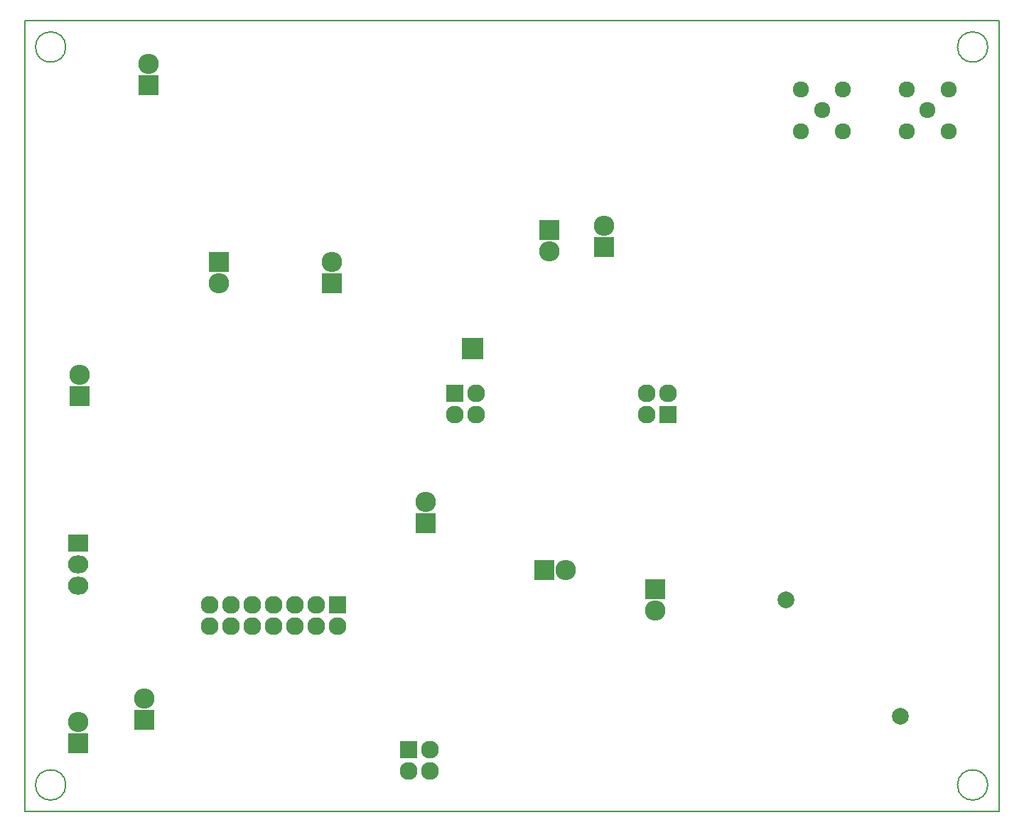
<source format=gbr>
%TF.GenerationSoftware,KiCad,Pcbnew,4.0.2+dfsg1-stable*%
%TF.CreationDate,2018-05-09T22:27:37+02:00*%
%TF.ProjectId,hermas_box,6865726D61735F626F782E6B69636164,rev?*%
%TF.FileFunction,Soldermask,Bot*%
%FSLAX46Y46*%
G04 Gerber Fmt 4.6, Leading zero omitted, Abs format (unit mm)*
G04 Created by KiCad (PCBNEW 4.0.2+dfsg1-stable) date mer. 09 mai 2018 22:27:37 CEST*
%MOMM*%
G01*
G04 APERTURE LIST*
%ADD10C,0.100000*%
%ADD11C,0.150000*%
%ADD12C,1.924000*%
%ADD13C,2.000000*%
%ADD14R,2.432000X2.432000*%
%ADD15O,2.432000X2.432000*%
%ADD16R,2.432000X2.127200*%
%ADD17O,2.432000X2.127200*%
%ADD18R,2.127200X2.127200*%
%ADD19O,2.127200X2.127200*%
%ADD20R,2.635200X2.635200*%
G04 APERTURE END LIST*
D10*
D11*
X114708009Y91186000D02*
G75*
G03X114708009Y91186000I-1805009J0D01*
G01*
X114708009Y3175000D02*
G75*
G03X114708009Y3175000I-1805009J0D01*
G01*
X4853009Y3175000D02*
G75*
G03X4853009Y3175000I-1805009J0D01*
G01*
X4853009Y91186000D02*
G75*
G03X4853009Y91186000I-1805009J0D01*
G01*
X0Y94361000D02*
X116078000Y94361000D01*
X0Y94234000D02*
X0Y94361000D01*
X0Y94107000D02*
X0Y94234000D01*
X0Y0D02*
X0Y94107000D01*
X116078000Y0D02*
X0Y0D01*
X116078000Y94361000D02*
X116078000Y0D01*
D12*
X92456000Y81153000D03*
X97456000Y81153000D03*
X97456000Y86153000D03*
X92456000Y86153000D03*
X94956000Y83653000D03*
D13*
X104299000Y11337000D03*
X90629000Y25237000D03*
D12*
X105029000Y81153000D03*
X110029000Y81153000D03*
X110029000Y86153000D03*
X105029000Y86153000D03*
X107529000Y83653000D03*
D14*
X47752000Y34417000D03*
D15*
X47752000Y36957000D03*
D16*
X6350000Y32004000D03*
D17*
X6350000Y29464000D03*
X6350000Y26924000D03*
D18*
X37211000Y24638000D03*
D19*
X37211000Y22098000D03*
X34671000Y24638000D03*
X34671000Y22098000D03*
X32131000Y24638000D03*
X32131000Y22098000D03*
X29591000Y24638000D03*
X29591000Y22098000D03*
X27051000Y24638000D03*
X27051000Y22098000D03*
X24511000Y24638000D03*
X24511000Y22098000D03*
X21971000Y24638000D03*
X21971000Y22098000D03*
D14*
X14732000Y86614000D03*
D15*
X14732000Y89154000D03*
D14*
X6350000Y8128000D03*
D15*
X6350000Y10668000D03*
D14*
X6477000Y49530000D03*
D15*
X6477000Y52070000D03*
D14*
X14224000Y10922000D03*
D15*
X14224000Y13462000D03*
D18*
X51181000Y49911000D03*
D19*
X53721000Y49911000D03*
X51181000Y47371000D03*
X53721000Y47371000D03*
D14*
X61849000Y28829000D03*
D15*
X64389000Y28829000D03*
D14*
X75057000Y26543000D03*
D15*
X75057000Y24003000D03*
D14*
X62484000Y69342000D03*
D15*
X62484000Y66802000D03*
D14*
X68961000Y67310000D03*
D15*
X68961000Y69850000D03*
D18*
X76581000Y47371000D03*
D19*
X74041000Y47371000D03*
X76581000Y49911000D03*
X74041000Y49911000D03*
D14*
X36576000Y62992000D03*
D15*
X36576000Y65532000D03*
D14*
X23114000Y65532000D03*
D15*
X23114000Y62992000D03*
D18*
X45720000Y7366000D03*
D19*
X48260000Y7366000D03*
X45720000Y4826000D03*
X48260000Y4826000D03*
D20*
X53340000Y55245000D03*
M02*

</source>
